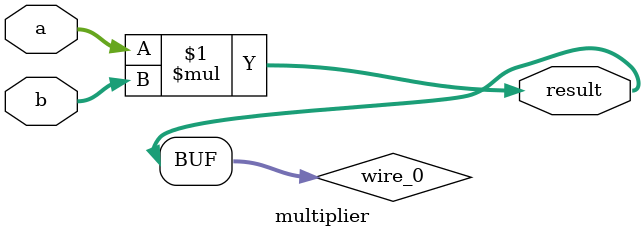
<source format=v>
/* Generated Module */
module multiplier (
    input [7:0] a,
    input [7:0] b,
    output [15:0] result
);

    // declarations
    wire [15:0] wire_0;
    assign wire_0 = a * b;
    assign result = wire_0;

endmodule

</source>
